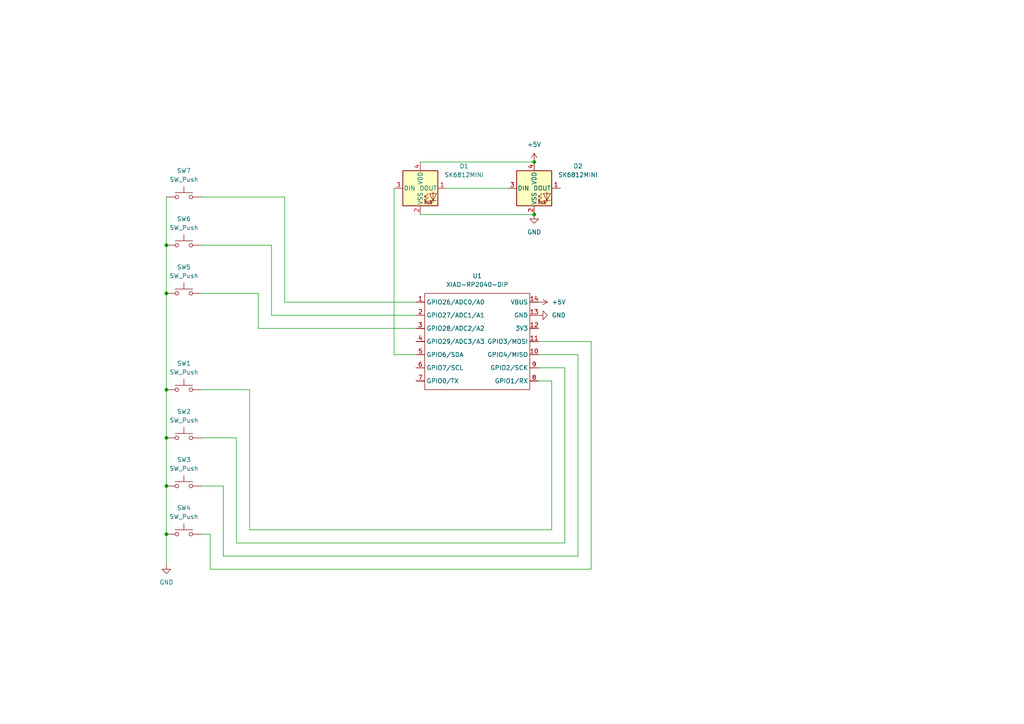
<source format=kicad_sch>
(kicad_sch
	(version 20250114)
	(generator "eeschema")
	(generator_version "9.0")
	(uuid "27db0a50-4d5e-42e1-bf5a-a8181729d977")
	(paper "A4")
	(lib_symbols
		(symbol "LED:SK6812MINI"
			(pin_names
				(offset 0.254)
			)
			(exclude_from_sim no)
			(in_bom yes)
			(on_board yes)
			(property "Reference" "D"
				(at 5.08 5.715 0)
				(effects
					(font
						(size 1.27 1.27)
					)
					(justify right bottom)
				)
			)
			(property "Value" "SK6812MINI"
				(at 1.27 -5.715 0)
				(effects
					(font
						(size 1.27 1.27)
					)
					(justify left top)
				)
			)
			(property "Footprint" "LED_SMD:LED_SK6812MINI_PLCC4_3.5x3.5mm_P1.75mm"
				(at 1.27 -7.62 0)
				(effects
					(font
						(size 1.27 1.27)
					)
					(justify left top)
					(hide yes)
				)
			)
			(property "Datasheet" "https://cdn-shop.adafruit.com/product-files/2686/SK6812MINI_REV.01-1-2.pdf"
				(at 2.54 -9.525 0)
				(effects
					(font
						(size 1.27 1.27)
					)
					(justify left top)
					(hide yes)
				)
			)
			(property "Description" "RGB LED with integrated controller"
				(at 0 0 0)
				(effects
					(font
						(size 1.27 1.27)
					)
					(hide yes)
				)
			)
			(property "ki_keywords" "RGB LED NeoPixel Mini addressable"
				(at 0 0 0)
				(effects
					(font
						(size 1.27 1.27)
					)
					(hide yes)
				)
			)
			(property "ki_fp_filters" "LED*SK6812MINI*PLCC*3.5x3.5mm*P1.75mm*"
				(at 0 0 0)
				(effects
					(font
						(size 1.27 1.27)
					)
					(hide yes)
				)
			)
			(symbol "SK6812MINI_0_0"
				(text "RGB"
					(at 2.286 -4.191 0)
					(effects
						(font
							(size 0.762 0.762)
						)
					)
				)
			)
			(symbol "SK6812MINI_0_1"
				(polyline
					(pts
						(xy 1.27 -2.54) (xy 1.778 -2.54)
					)
					(stroke
						(width 0)
						(type default)
					)
					(fill
						(type none)
					)
				)
				(polyline
					(pts
						(xy 1.27 -3.556) (xy 1.778 -3.556)
					)
					(stroke
						(width 0)
						(type default)
					)
					(fill
						(type none)
					)
				)
				(polyline
					(pts
						(xy 2.286 -1.524) (xy 1.27 -2.54) (xy 1.27 -2.032)
					)
					(stroke
						(width 0)
						(type default)
					)
					(fill
						(type none)
					)
				)
				(polyline
					(pts
						(xy 2.286 -2.54) (xy 1.27 -3.556) (xy 1.27 -3.048)
					)
					(stroke
						(width 0)
						(type default)
					)
					(fill
						(type none)
					)
				)
				(polyline
					(pts
						(xy 3.683 -1.016) (xy 3.683 -3.556) (xy 3.683 -4.064)
					)
					(stroke
						(width 0)
						(type default)
					)
					(fill
						(type none)
					)
				)
				(polyline
					(pts
						(xy 4.699 -1.524) (xy 2.667 -1.524) (xy 3.683 -3.556) (xy 4.699 -1.524)
					)
					(stroke
						(width 0)
						(type default)
					)
					(fill
						(type none)
					)
				)
				(polyline
					(pts
						(xy 4.699 -3.556) (xy 2.667 -3.556)
					)
					(stroke
						(width 0)
						(type default)
					)
					(fill
						(type none)
					)
				)
				(rectangle
					(start 5.08 5.08)
					(end -5.08 -5.08)
					(stroke
						(width 0.254)
						(type default)
					)
					(fill
						(type background)
					)
				)
			)
			(symbol "SK6812MINI_1_1"
				(pin input line
					(at -7.62 0 0)
					(length 2.54)
					(name "DIN"
						(effects
							(font
								(size 1.27 1.27)
							)
						)
					)
					(number "3"
						(effects
							(font
								(size 1.27 1.27)
							)
						)
					)
				)
				(pin power_in line
					(at 0 7.62 270)
					(length 2.54)
					(name "VDD"
						(effects
							(font
								(size 1.27 1.27)
							)
						)
					)
					(number "4"
						(effects
							(font
								(size 1.27 1.27)
							)
						)
					)
				)
				(pin power_in line
					(at 0 -7.62 90)
					(length 2.54)
					(name "VSS"
						(effects
							(font
								(size 1.27 1.27)
							)
						)
					)
					(number "2"
						(effects
							(font
								(size 1.27 1.27)
							)
						)
					)
				)
				(pin output line
					(at 7.62 0 180)
					(length 2.54)
					(name "DOUT"
						(effects
							(font
								(size 1.27 1.27)
							)
						)
					)
					(number "1"
						(effects
							(font
								(size 1.27 1.27)
							)
						)
					)
				)
			)
			(embedded_fonts no)
		)
		(symbol "OPL:XIAO-RP2040-DIP"
			(exclude_from_sim no)
			(in_bom yes)
			(on_board yes)
			(property "Reference" "U"
				(at 0 0 0)
				(effects
					(font
						(size 1.27 1.27)
					)
				)
			)
			(property "Value" "XIAO-RP2040-DIP"
				(at 5.334 -1.778 0)
				(effects
					(font
						(size 1.27 1.27)
					)
				)
			)
			(property "Footprint" "Module:MOUDLE14P-XIAO-DIP-SMD"
				(at 14.478 -32.258 0)
				(effects
					(font
						(size 1.27 1.27)
					)
					(hide yes)
				)
			)
			(property "Datasheet" ""
				(at 0 0 0)
				(effects
					(font
						(size 1.27 1.27)
					)
					(hide yes)
				)
			)
			(property "Description" ""
				(at 0 0 0)
				(effects
					(font
						(size 1.27 1.27)
					)
					(hide yes)
				)
			)
			(symbol "XIAO-RP2040-DIP_1_0"
				(polyline
					(pts
						(xy -1.27 -2.54) (xy 29.21 -2.54)
					)
					(stroke
						(width 0.1524)
						(type solid)
					)
					(fill
						(type none)
					)
				)
				(polyline
					(pts
						(xy -1.27 -5.08) (xy -2.54 -5.08)
					)
					(stroke
						(width 0.1524)
						(type solid)
					)
					(fill
						(type none)
					)
				)
				(polyline
					(pts
						(xy -1.27 -5.08) (xy -1.27 -2.54)
					)
					(stroke
						(width 0.1524)
						(type solid)
					)
					(fill
						(type none)
					)
				)
				(polyline
					(pts
						(xy -1.27 -8.89) (xy -2.54 -8.89)
					)
					(stroke
						(width 0.1524)
						(type solid)
					)
					(fill
						(type none)
					)
				)
				(polyline
					(pts
						(xy -1.27 -8.89) (xy -1.27 -5.08)
					)
					(stroke
						(width 0.1524)
						(type solid)
					)
					(fill
						(type none)
					)
				)
				(polyline
					(pts
						(xy -1.27 -12.7) (xy -2.54 -12.7)
					)
					(stroke
						(width 0.1524)
						(type solid)
					)
					(fill
						(type none)
					)
				)
				(polyline
					(pts
						(xy -1.27 -12.7) (xy -1.27 -8.89)
					)
					(stroke
						(width 0.1524)
						(type solid)
					)
					(fill
						(type none)
					)
				)
				(polyline
					(pts
						(xy -1.27 -16.51) (xy -2.54 -16.51)
					)
					(stroke
						(width 0.1524)
						(type solid)
					)
					(fill
						(type none)
					)
				)
				(polyline
					(pts
						(xy -1.27 -16.51) (xy -1.27 -12.7)
					)
					(stroke
						(width 0.1524)
						(type solid)
					)
					(fill
						(type none)
					)
				)
				(polyline
					(pts
						(xy -1.27 -20.32) (xy -2.54 -20.32)
					)
					(stroke
						(width 0.1524)
						(type solid)
					)
					(fill
						(type none)
					)
				)
				(polyline
					(pts
						(xy -1.27 -24.13) (xy -2.54 -24.13)
					)
					(stroke
						(width 0.1524)
						(type solid)
					)
					(fill
						(type none)
					)
				)
				(polyline
					(pts
						(xy -1.27 -27.94) (xy -2.54 -27.94)
					)
					(stroke
						(width 0.1524)
						(type solid)
					)
					(fill
						(type none)
					)
				)
				(polyline
					(pts
						(xy -1.27 -30.48) (xy -1.27 -16.51)
					)
					(stroke
						(width 0.1524)
						(type solid)
					)
					(fill
						(type none)
					)
				)
				(polyline
					(pts
						(xy 29.21 -2.54) (xy 29.21 -5.08)
					)
					(stroke
						(width 0.1524)
						(type solid)
					)
					(fill
						(type none)
					)
				)
				(polyline
					(pts
						(xy 29.21 -5.08) (xy 29.21 -8.89)
					)
					(stroke
						(width 0.1524)
						(type solid)
					)
					(fill
						(type none)
					)
				)
				(polyline
					(pts
						(xy 29.21 -8.89) (xy 29.21 -12.7)
					)
					(stroke
						(width 0.1524)
						(type solid)
					)
					(fill
						(type none)
					)
				)
				(polyline
					(pts
						(xy 29.21 -12.7) (xy 29.21 -30.48)
					)
					(stroke
						(width 0.1524)
						(type solid)
					)
					(fill
						(type none)
					)
				)
				(polyline
					(pts
						(xy 29.21 -30.48) (xy -1.27 -30.48)
					)
					(stroke
						(width 0.1524)
						(type solid)
					)
					(fill
						(type none)
					)
				)
				(polyline
					(pts
						(xy 30.48 -5.08) (xy 29.21 -5.08)
					)
					(stroke
						(width 0.1524)
						(type solid)
					)
					(fill
						(type none)
					)
				)
				(polyline
					(pts
						(xy 30.48 -8.89) (xy 29.21 -8.89)
					)
					(stroke
						(width 0.1524)
						(type solid)
					)
					(fill
						(type none)
					)
				)
				(polyline
					(pts
						(xy 30.48 -12.7) (xy 29.21 -12.7)
					)
					(stroke
						(width 0.1524)
						(type solid)
					)
					(fill
						(type none)
					)
				)
				(polyline
					(pts
						(xy 30.48 -16.51) (xy 29.21 -16.51)
					)
					(stroke
						(width 0.1524)
						(type solid)
					)
					(fill
						(type none)
					)
				)
				(polyline
					(pts
						(xy 30.48 -20.32) (xy 29.21 -20.32)
					)
					(stroke
						(width 0.1524)
						(type solid)
					)
					(fill
						(type none)
					)
				)
				(polyline
					(pts
						(xy 30.48 -24.13) (xy 29.21 -24.13)
					)
					(stroke
						(width 0.1524)
						(type solid)
					)
					(fill
						(type none)
					)
				)
				(polyline
					(pts
						(xy 30.48 -27.94) (xy 29.21 -27.94)
					)
					(stroke
						(width 0.1524)
						(type solid)
					)
					(fill
						(type none)
					)
				)
				(pin passive line
					(at -3.81 -5.08 0)
					(length 2.54)
					(name "GPIO26/ADC0/A0"
						(effects
							(font
								(size 1.27 1.27)
							)
						)
					)
					(number "1"
						(effects
							(font
								(size 1.27 1.27)
							)
						)
					)
				)
				(pin passive line
					(at -3.81 -8.89 0)
					(length 2.54)
					(name "GPIO27/ADC1/A1"
						(effects
							(font
								(size 1.27 1.27)
							)
						)
					)
					(number "2"
						(effects
							(font
								(size 1.27 1.27)
							)
						)
					)
				)
				(pin passive line
					(at -3.81 -12.7 0)
					(length 2.54)
					(name "GPIO28/ADC2/A2"
						(effects
							(font
								(size 1.27 1.27)
							)
						)
					)
					(number "3"
						(effects
							(font
								(size 1.27 1.27)
							)
						)
					)
				)
				(pin passive line
					(at -3.81 -16.51 0)
					(length 2.54)
					(name "GPIO29/ADC3/A3"
						(effects
							(font
								(size 1.27 1.27)
							)
						)
					)
					(number "4"
						(effects
							(font
								(size 1.27 1.27)
							)
						)
					)
				)
				(pin passive line
					(at -3.81 -20.32 0)
					(length 2.54)
					(name "GPIO6/SDA"
						(effects
							(font
								(size 1.27 1.27)
							)
						)
					)
					(number "5"
						(effects
							(font
								(size 1.27 1.27)
							)
						)
					)
				)
				(pin passive line
					(at -3.81 -24.13 0)
					(length 2.54)
					(name "GPIO7/SCL"
						(effects
							(font
								(size 1.27 1.27)
							)
						)
					)
					(number "6"
						(effects
							(font
								(size 1.27 1.27)
							)
						)
					)
				)
				(pin passive line
					(at -3.81 -27.94 0)
					(length 2.54)
					(name "GPIO0/TX"
						(effects
							(font
								(size 1.27 1.27)
							)
						)
					)
					(number "7"
						(effects
							(font
								(size 1.27 1.27)
							)
						)
					)
				)
				(pin passive line
					(at 31.75 -5.08 180)
					(length 2.54)
					(name "VBUS"
						(effects
							(font
								(size 1.27 1.27)
							)
						)
					)
					(number "14"
						(effects
							(font
								(size 1.27 1.27)
							)
						)
					)
				)
				(pin passive line
					(at 31.75 -8.89 180)
					(length 2.54)
					(name "GND"
						(effects
							(font
								(size 1.27 1.27)
							)
						)
					)
					(number "13"
						(effects
							(font
								(size 1.27 1.27)
							)
						)
					)
				)
				(pin passive line
					(at 31.75 -12.7 180)
					(length 2.54)
					(name "3V3"
						(effects
							(font
								(size 1.27 1.27)
							)
						)
					)
					(number "12"
						(effects
							(font
								(size 1.27 1.27)
							)
						)
					)
				)
				(pin passive line
					(at 31.75 -16.51 180)
					(length 2.54)
					(name "GPIO3/MOSI"
						(effects
							(font
								(size 1.27 1.27)
							)
						)
					)
					(number "11"
						(effects
							(font
								(size 1.27 1.27)
							)
						)
					)
				)
				(pin passive line
					(at 31.75 -20.32 180)
					(length 2.54)
					(name "GPIO4/MISO"
						(effects
							(font
								(size 1.27 1.27)
							)
						)
					)
					(number "10"
						(effects
							(font
								(size 1.27 1.27)
							)
						)
					)
				)
				(pin passive line
					(at 31.75 -24.13 180)
					(length 2.54)
					(name "GPIO2/SCK"
						(effects
							(font
								(size 1.27 1.27)
							)
						)
					)
					(number "9"
						(effects
							(font
								(size 1.27 1.27)
							)
						)
					)
				)
				(pin passive line
					(at 31.75 -27.94 180)
					(length 2.54)
					(name "GPIO1/RX"
						(effects
							(font
								(size 1.27 1.27)
							)
						)
					)
					(number "8"
						(effects
							(font
								(size 1.27 1.27)
							)
						)
					)
				)
			)
			(embedded_fonts no)
		)
		(symbol "Switch:SW_Push"
			(pin_numbers
				(hide yes)
			)
			(pin_names
				(offset 1.016)
				(hide yes)
			)
			(exclude_from_sim no)
			(in_bom yes)
			(on_board yes)
			(property "Reference" "SW"
				(at 1.27 2.54 0)
				(effects
					(font
						(size 1.27 1.27)
					)
					(justify left)
				)
			)
			(property "Value" "SW_Push"
				(at 0 -1.524 0)
				(effects
					(font
						(size 1.27 1.27)
					)
				)
			)
			(property "Footprint" ""
				(at 0 5.08 0)
				(effects
					(font
						(size 1.27 1.27)
					)
					(hide yes)
				)
			)
			(property "Datasheet" "~"
				(at 0 5.08 0)
				(effects
					(font
						(size 1.27 1.27)
					)
					(hide yes)
				)
			)
			(property "Description" "Push button switch, generic, two pins"
				(at 0 0 0)
				(effects
					(font
						(size 1.27 1.27)
					)
					(hide yes)
				)
			)
			(property "ki_keywords" "switch normally-open pushbutton push-button"
				(at 0 0 0)
				(effects
					(font
						(size 1.27 1.27)
					)
					(hide yes)
				)
			)
			(symbol "SW_Push_0_1"
				(circle
					(center -2.032 0)
					(radius 0.508)
					(stroke
						(width 0)
						(type default)
					)
					(fill
						(type none)
					)
				)
				(polyline
					(pts
						(xy 0 1.27) (xy 0 3.048)
					)
					(stroke
						(width 0)
						(type default)
					)
					(fill
						(type none)
					)
				)
				(circle
					(center 2.032 0)
					(radius 0.508)
					(stroke
						(width 0)
						(type default)
					)
					(fill
						(type none)
					)
				)
				(polyline
					(pts
						(xy 2.54 1.27) (xy -2.54 1.27)
					)
					(stroke
						(width 0)
						(type default)
					)
					(fill
						(type none)
					)
				)
				(pin passive line
					(at -5.08 0 0)
					(length 2.54)
					(name "1"
						(effects
							(font
								(size 1.27 1.27)
							)
						)
					)
					(number "1"
						(effects
							(font
								(size 1.27 1.27)
							)
						)
					)
				)
				(pin passive line
					(at 5.08 0 180)
					(length 2.54)
					(name "2"
						(effects
							(font
								(size 1.27 1.27)
							)
						)
					)
					(number "2"
						(effects
							(font
								(size 1.27 1.27)
							)
						)
					)
				)
			)
			(embedded_fonts no)
		)
		(symbol "power:+5V"
			(power)
			(pin_numbers
				(hide yes)
			)
			(pin_names
				(offset 0)
				(hide yes)
			)
			(exclude_from_sim no)
			(in_bom yes)
			(on_board yes)
			(property "Reference" "#PWR"
				(at 0 -3.81 0)
				(effects
					(font
						(size 1.27 1.27)
					)
					(hide yes)
				)
			)
			(property "Value" "+5V"
				(at 0 3.556 0)
				(effects
					(font
						(size 1.27 1.27)
					)
				)
			)
			(property "Footprint" ""
				(at 0 0 0)
				(effects
					(font
						(size 1.27 1.27)
					)
					(hide yes)
				)
			)
			(property "Datasheet" ""
				(at 0 0 0)
				(effects
					(font
						(size 1.27 1.27)
					)
					(hide yes)
				)
			)
			(property "Description" "Power symbol creates a global label with name \"+5V\""
				(at 0 0 0)
				(effects
					(font
						(size 1.27 1.27)
					)
					(hide yes)
				)
			)
			(property "ki_keywords" "global power"
				(at 0 0 0)
				(effects
					(font
						(size 1.27 1.27)
					)
					(hide yes)
				)
			)
			(symbol "+5V_0_1"
				(polyline
					(pts
						(xy -0.762 1.27) (xy 0 2.54)
					)
					(stroke
						(width 0)
						(type default)
					)
					(fill
						(type none)
					)
				)
				(polyline
					(pts
						(xy 0 2.54) (xy 0.762 1.27)
					)
					(stroke
						(width 0)
						(type default)
					)
					(fill
						(type none)
					)
				)
				(polyline
					(pts
						(xy 0 0) (xy 0 2.54)
					)
					(stroke
						(width 0)
						(type default)
					)
					(fill
						(type none)
					)
				)
			)
			(symbol "+5V_1_1"
				(pin power_in line
					(at 0 0 90)
					(length 0)
					(name "~"
						(effects
							(font
								(size 1.27 1.27)
							)
						)
					)
					(number "1"
						(effects
							(font
								(size 1.27 1.27)
							)
						)
					)
				)
			)
			(embedded_fonts no)
		)
		(symbol "power:GND"
			(power)
			(pin_numbers
				(hide yes)
			)
			(pin_names
				(offset 0)
				(hide yes)
			)
			(exclude_from_sim no)
			(in_bom yes)
			(on_board yes)
			(property "Reference" "#PWR"
				(at 0 -6.35 0)
				(effects
					(font
						(size 1.27 1.27)
					)
					(hide yes)
				)
			)
			(property "Value" "GND"
				(at 0 -3.81 0)
				(effects
					(font
						(size 1.27 1.27)
					)
				)
			)
			(property "Footprint" ""
				(at 0 0 0)
				(effects
					(font
						(size 1.27 1.27)
					)
					(hide yes)
				)
			)
			(property "Datasheet" ""
				(at 0 0 0)
				(effects
					(font
						(size 1.27 1.27)
					)
					(hide yes)
				)
			)
			(property "Description" "Power symbol creates a global label with name \"GND\" , ground"
				(at 0 0 0)
				(effects
					(font
						(size 1.27 1.27)
					)
					(hide yes)
				)
			)
			(property "ki_keywords" "global power"
				(at 0 0 0)
				(effects
					(font
						(size 1.27 1.27)
					)
					(hide yes)
				)
			)
			(symbol "GND_0_1"
				(polyline
					(pts
						(xy 0 0) (xy 0 -1.27) (xy 1.27 -1.27) (xy 0 -2.54) (xy -1.27 -1.27) (xy 0 -1.27)
					)
					(stroke
						(width 0)
						(type default)
					)
					(fill
						(type none)
					)
				)
			)
			(symbol "GND_1_1"
				(pin power_in line
					(at 0 0 270)
					(length 0)
					(name "~"
						(effects
							(font
								(size 1.27 1.27)
							)
						)
					)
					(number "1"
						(effects
							(font
								(size 1.27 1.27)
							)
						)
					)
				)
			)
			(embedded_fonts no)
		)
	)
	(junction
		(at 48.26 127)
		(diameter 0)
		(color 0 0 0 0)
		(uuid "0a551828-c763-434a-a589-b67ebf6f4a54")
	)
	(junction
		(at 48.26 113.03)
		(diameter 0)
		(color 0 0 0 0)
		(uuid "18ba4ddd-7d7d-42f6-a2a2-2221ff26b149")
	)
	(junction
		(at 154.94 46.99)
		(diameter 0)
		(color 0 0 0 0)
		(uuid "227b7bb9-38c5-4540-bb73-005b1a5a6493")
	)
	(junction
		(at 48.26 154.94)
		(diameter 0)
		(color 0 0 0 0)
		(uuid "602113ce-4652-4b91-adcd-ade1cfe38ffe")
	)
	(junction
		(at 48.26 140.97)
		(diameter 0)
		(color 0 0 0 0)
		(uuid "710635be-d966-4ada-b0ec-ddeff14cae52")
	)
	(junction
		(at 48.26 85.09)
		(diameter 0)
		(color 0 0 0 0)
		(uuid "7dbbc9f8-2087-4d86-bcec-a089706606c6")
	)
	(junction
		(at 48.26 71.12)
		(diameter 0)
		(color 0 0 0 0)
		(uuid "e59d855e-016b-488e-ba5c-3e78f32b22da")
	)
	(junction
		(at 154.94 62.23)
		(diameter 0)
		(color 0 0 0 0)
		(uuid "eb036f67-6837-4f98-8542-636d36b2f28b")
	)
	(wire
		(pts
			(xy 48.26 85.09) (xy 48.26 113.03)
		)
		(stroke
			(width 0)
			(type default)
		)
		(uuid "06d43e51-da75-49ec-9108-883ab91be123")
	)
	(wire
		(pts
			(xy 160.02 110.49) (xy 160.02 153.67)
		)
		(stroke
			(width 0)
			(type default)
		)
		(uuid "081b24fd-8592-4546-aaeb-4695c31cad32")
	)
	(wire
		(pts
			(xy 167.64 102.87) (xy 167.64 161.29)
		)
		(stroke
			(width 0)
			(type default)
		)
		(uuid "0ae35f32-d775-4367-ad7e-b66a7150b79b")
	)
	(wire
		(pts
			(xy 64.77 140.97) (xy 58.42 140.97)
		)
		(stroke
			(width 0)
			(type default)
		)
		(uuid "14813281-6886-405e-aba5-4e763dc08787")
	)
	(wire
		(pts
			(xy 129.54 54.61) (xy 147.32 54.61)
		)
		(stroke
			(width 0)
			(type default)
		)
		(uuid "1c9408a0-24d2-45bd-8b7a-972823535ed4")
	)
	(wire
		(pts
			(xy 163.83 157.48) (xy 68.58 157.48)
		)
		(stroke
			(width 0)
			(type default)
		)
		(uuid "1e2f2671-5c95-4d70-9f2f-8c1d4dc840a5")
	)
	(wire
		(pts
			(xy 156.21 110.49) (xy 160.02 110.49)
		)
		(stroke
			(width 0)
			(type default)
		)
		(uuid "2311d2ac-19c9-4c11-a4a9-d044fe01d510")
	)
	(wire
		(pts
			(xy 156.21 106.68) (xy 163.83 106.68)
		)
		(stroke
			(width 0)
			(type default)
		)
		(uuid "260ec872-356f-4689-9646-1ce0590a8149")
	)
	(wire
		(pts
			(xy 82.55 57.15) (xy 58.42 57.15)
		)
		(stroke
			(width 0)
			(type default)
		)
		(uuid "264dda2f-72e2-4a5a-8520-1664095e9e13")
	)
	(wire
		(pts
			(xy 160.02 153.67) (xy 72.39 153.67)
		)
		(stroke
			(width 0)
			(type default)
		)
		(uuid "2a51af6e-10e2-4059-9568-c3775d7a0baa")
	)
	(wire
		(pts
			(xy 58.42 71.12) (xy 78.74 71.12)
		)
		(stroke
			(width 0)
			(type default)
		)
		(uuid "2c006c29-a94e-4257-923e-a857adb9354a")
	)
	(wire
		(pts
			(xy 48.26 140.97) (xy 48.26 154.94)
		)
		(stroke
			(width 0)
			(type default)
		)
		(uuid "368b7f17-9a0b-43cf-8b35-d47d824a3d8c")
	)
	(wire
		(pts
			(xy 58.42 154.94) (xy 60.96 154.94)
		)
		(stroke
			(width 0)
			(type default)
		)
		(uuid "39bc731e-b80b-45e6-8674-f10c8dd3cf2d")
	)
	(wire
		(pts
			(xy 72.39 113.03) (xy 58.42 113.03)
		)
		(stroke
			(width 0)
			(type default)
		)
		(uuid "4e61982b-93e9-4376-bca1-26b68e737828")
	)
	(wire
		(pts
			(xy 163.83 106.68) (xy 163.83 157.48)
		)
		(stroke
			(width 0)
			(type default)
		)
		(uuid "5b98c554-ce5b-4613-9aea-99625ca66624")
	)
	(wire
		(pts
			(xy 48.26 127) (xy 48.26 140.97)
		)
		(stroke
			(width 0)
			(type default)
		)
		(uuid "64a0fa76-294a-43d5-8225-d08345c009b4")
	)
	(wire
		(pts
			(xy 120.65 87.63) (xy 82.55 87.63)
		)
		(stroke
			(width 0)
			(type default)
		)
		(uuid "67863542-aa90-4e09-85b8-9f5578b39a81")
	)
	(wire
		(pts
			(xy 58.42 85.09) (xy 74.93 85.09)
		)
		(stroke
			(width 0)
			(type default)
		)
		(uuid "6ec696f6-c984-4638-a9c6-bbb9889cacec")
	)
	(wire
		(pts
			(xy 72.39 153.67) (xy 72.39 113.03)
		)
		(stroke
			(width 0)
			(type default)
		)
		(uuid "78f18a43-a401-48d4-9da6-b692a1aa6d45")
	)
	(wire
		(pts
			(xy 156.21 102.87) (xy 167.64 102.87)
		)
		(stroke
			(width 0)
			(type default)
		)
		(uuid "7bc290dd-d6e1-4369-9a10-7931899824a8")
	)
	(wire
		(pts
			(xy 121.92 46.99) (xy 154.94 46.99)
		)
		(stroke
			(width 0)
			(type default)
		)
		(uuid "7d4e8b75-3e59-440f-867c-c80aa308eed6")
	)
	(wire
		(pts
			(xy 68.58 127) (xy 58.42 127)
		)
		(stroke
			(width 0)
			(type default)
		)
		(uuid "8a3a5163-9770-4bd7-9500-749cb2a1917b")
	)
	(wire
		(pts
			(xy 68.58 157.48) (xy 68.58 127)
		)
		(stroke
			(width 0)
			(type default)
		)
		(uuid "8d2d4edf-24b1-417a-834f-24204035dae2")
	)
	(wire
		(pts
			(xy 74.93 85.09) (xy 74.93 95.25)
		)
		(stroke
			(width 0)
			(type default)
		)
		(uuid "929b33d8-b1da-4286-91e7-a242ae06dab2")
	)
	(wire
		(pts
			(xy 171.45 165.1) (xy 60.96 165.1)
		)
		(stroke
			(width 0)
			(type default)
		)
		(uuid "a83ba859-1d68-4d0a-ac40-06ec1ddf2b5e")
	)
	(wire
		(pts
			(xy 48.26 57.15) (xy 48.26 71.12)
		)
		(stroke
			(width 0)
			(type default)
		)
		(uuid "aa067519-7b59-4c2e-b21f-c41795150bcc")
	)
	(wire
		(pts
			(xy 64.77 161.29) (xy 64.77 140.97)
		)
		(stroke
			(width 0)
			(type default)
		)
		(uuid "ae94d17c-eb66-49e8-bd13-4796c5eee9d9")
	)
	(wire
		(pts
			(xy 78.74 91.44) (xy 78.74 71.12)
		)
		(stroke
			(width 0)
			(type default)
		)
		(uuid "aead68cb-7355-4272-ad6f-0450f2abff69")
	)
	(wire
		(pts
			(xy 156.21 99.06) (xy 171.45 99.06)
		)
		(stroke
			(width 0)
			(type default)
		)
		(uuid "b05340f4-1a62-4cef-82d2-22fef604c486")
	)
	(wire
		(pts
			(xy 114.3 54.61) (xy 114.3 102.87)
		)
		(stroke
			(width 0)
			(type default)
		)
		(uuid "b136caa5-7696-4745-90a7-771297a1d1f0")
	)
	(wire
		(pts
			(xy 121.92 62.23) (xy 154.94 62.23)
		)
		(stroke
			(width 0)
			(type default)
		)
		(uuid "b2c64d46-35c3-44f4-b2b3-31f8691bf405")
	)
	(wire
		(pts
			(xy 60.96 165.1) (xy 60.96 154.94)
		)
		(stroke
			(width 0)
			(type default)
		)
		(uuid "b3aaf4aa-5ed2-465c-bfe6-e68ae7041f83")
	)
	(wire
		(pts
			(xy 120.65 95.25) (xy 74.93 95.25)
		)
		(stroke
			(width 0)
			(type default)
		)
		(uuid "b40c73b5-78af-455d-bd5b-1d29e241c9fa")
	)
	(wire
		(pts
			(xy 120.65 91.44) (xy 78.74 91.44)
		)
		(stroke
			(width 0)
			(type default)
		)
		(uuid "b7f98c84-ff2d-44c9-9b8c-bb57c021498e")
	)
	(wire
		(pts
			(xy 48.26 71.12) (xy 48.26 85.09)
		)
		(stroke
			(width 0)
			(type default)
		)
		(uuid "b999644c-63c7-4ee2-8ddf-947d4665e556")
	)
	(wire
		(pts
			(xy 167.64 161.29) (xy 64.77 161.29)
		)
		(stroke
			(width 0)
			(type default)
		)
		(uuid "ce65e426-7d56-4478-9d86-a85bbc7865af")
	)
	(wire
		(pts
			(xy 120.65 102.87) (xy 114.3 102.87)
		)
		(stroke
			(width 0)
			(type default)
		)
		(uuid "d33ddb25-4f31-444d-9689-a30ad0a74823")
	)
	(wire
		(pts
			(xy 171.45 99.06) (xy 171.45 165.1)
		)
		(stroke
			(width 0)
			(type default)
		)
		(uuid "e01a447d-1e98-4536-8e20-ebb36e23e3a2")
	)
	(wire
		(pts
			(xy 48.26 113.03) (xy 48.26 127)
		)
		(stroke
			(width 0)
			(type default)
		)
		(uuid "edc7cd19-6f00-4c3a-86f3-7e1531b0607d")
	)
	(wire
		(pts
			(xy 82.55 87.63) (xy 82.55 57.15)
		)
		(stroke
			(width 0)
			(type default)
		)
		(uuid "f63d2085-ad69-4da5-90c0-5749e1200262")
	)
	(wire
		(pts
			(xy 48.26 154.94) (xy 48.26 163.83)
		)
		(stroke
			(width 0)
			(type default)
		)
		(uuid "fae7125f-b4d7-4321-85df-010a6d2235f5")
	)
	(symbol
		(lib_id "Switch:SW_Push")
		(at 53.34 140.97 0)
		(unit 1)
		(exclude_from_sim no)
		(in_bom yes)
		(on_board yes)
		(dnp no)
		(fields_autoplaced yes)
		(uuid "02c1c05c-eccb-4b58-80b6-181089d5c2ad")
		(property "Reference" "SW3"
			(at 53.34 133.35 0)
			(effects
				(font
					(size 1.27 1.27)
				)
			)
		)
		(property "Value" "SW_Push"
			(at 53.34 135.89 0)
			(effects
				(font
					(size 1.27 1.27)
				)
			)
		)
		(property "Footprint" "Button_Switch_Keyboard:SW_Cherry_MX_1.00u_PCB"
			(at 53.34 135.89 0)
			(effects
				(font
					(size 1.27 1.27)
				)
				(hide yes)
			)
		)
		(property "Datasheet" "~"
			(at 53.34 135.89 0)
			(effects
				(font
					(size 1.27 1.27)
				)
				(hide yes)
			)
		)
		(property "Description" "Push button switch, generic, two pins"
			(at 53.34 140.97 0)
			(effects
				(font
					(size 1.27 1.27)
				)
				(hide yes)
			)
		)
		(pin "2"
			(uuid "ae8dd691-0036-427d-b10a-8576d2d3b821")
		)
		(pin "1"
			(uuid "f72cb576-f869-4331-82f7-16459bc4accc")
		)
		(instances
			(project "PCB"
				(path "/27db0a50-4d5e-42e1-bf5a-a8181729d977"
					(reference "SW3")
					(unit 1)
				)
			)
		)
	)
	(symbol
		(lib_id "LED:SK6812MINI")
		(at 154.94 54.61 0)
		(unit 1)
		(exclude_from_sim no)
		(in_bom yes)
		(on_board yes)
		(dnp no)
		(fields_autoplaced yes)
		(uuid "04574cbc-ce90-424e-8a27-666aabc23fa0")
		(property "Reference" "D2"
			(at 167.64 48.1898 0)
			(effects
				(font
					(size 1.27 1.27)
				)
			)
		)
		(property "Value" "SK6812MINI"
			(at 167.64 50.7298 0)
			(effects
				(font
					(size 1.27 1.27)
				)
			)
		)
		(property "Footprint" "LED_SMD:LED_SK6812MINI_PLCC4_3.5x3.5mm_P1.75mm"
			(at 156.21 62.23 0)
			(effects
				(font
					(size 1.27 1.27)
				)
				(justify left top)
				(hide yes)
			)
		)
		(property "Datasheet" "https://cdn-shop.adafruit.com/product-files/2686/SK6812MINI_REV.01-1-2.pdf"
			(at 157.48 64.135 0)
			(effects
				(font
					(size 1.27 1.27)
				)
				(justify left top)
				(hide yes)
			)
		)
		(property "Description" "RGB LED with integrated controller"
			(at 154.94 54.61 0)
			(effects
				(font
					(size 1.27 1.27)
				)
				(hide yes)
			)
		)
		(pin "4"
			(uuid "6c2373f8-dd54-4e05-ac94-423723089f43")
		)
		(pin "1"
			(uuid "cc450ba8-153c-464c-8fb2-a0c246fbc431")
		)
		(pin "2"
			(uuid "75ec0451-a7ec-454d-aef4-541f81fa739a")
		)
		(pin "3"
			(uuid "b201af42-2b40-433c-8e6a-3f38755f5e55")
		)
		(instances
			(project "PCB"
				(path "/27db0a50-4d5e-42e1-bf5a-a8181729d977"
					(reference "D2")
					(unit 1)
				)
			)
		)
	)
	(symbol
		(lib_id "LED:SK6812MINI")
		(at 121.92 54.61 0)
		(unit 1)
		(exclude_from_sim no)
		(in_bom yes)
		(on_board yes)
		(dnp no)
		(fields_autoplaced yes)
		(uuid "0b5c06e6-a837-4d36-ade1-7ebf618b1e65")
		(property "Reference" "D1"
			(at 134.62 48.1898 0)
			(effects
				(font
					(size 1.27 1.27)
				)
			)
		)
		(property "Value" "SK6812MINI"
			(at 134.62 50.7298 0)
			(effects
				(font
					(size 1.27 1.27)
				)
			)
		)
		(property "Footprint" "LED_SMD:LED_SK6812MINI_PLCC4_3.5x3.5mm_P1.75mm"
			(at 123.19 62.23 0)
			(effects
				(font
					(size 1.27 1.27)
				)
				(justify left top)
				(hide yes)
			)
		)
		(property "Datasheet" "https://cdn-shop.adafruit.com/product-files/2686/SK6812MINI_REV.01-1-2.pdf"
			(at 124.46 64.135 0)
			(effects
				(font
					(size 1.27 1.27)
				)
				(justify left top)
				(hide yes)
			)
		)
		(property "Description" "RGB LED with integrated controller"
			(at 121.92 54.61 0)
			(effects
				(font
					(size 1.27 1.27)
				)
				(hide yes)
			)
		)
		(pin "4"
			(uuid "d40ced7c-b30b-4eaf-9cc4-71bf7edb070d")
		)
		(pin "1"
			(uuid "154b4219-6790-49a5-955c-d972466dcc45")
		)
		(pin "2"
			(uuid "29418103-7128-4dd2-8478-694d4d6e43fb")
		)
		(pin "3"
			(uuid "cb7de632-7f68-4e04-87c6-9c5de9a5261f")
		)
		(instances
			(project ""
				(path "/27db0a50-4d5e-42e1-bf5a-a8181729d977"
					(reference "D1")
					(unit 1)
				)
			)
		)
	)
	(symbol
		(lib_id "Switch:SW_Push")
		(at 53.34 57.15 0)
		(unit 1)
		(exclude_from_sim no)
		(in_bom yes)
		(on_board yes)
		(dnp no)
		(fields_autoplaced yes)
		(uuid "0dacac73-3f77-492a-9768-b5b95fc1412b")
		(property "Reference" "SW7"
			(at 53.34 49.53 0)
			(effects
				(font
					(size 1.27 1.27)
				)
			)
		)
		(property "Value" "SW_Push"
			(at 53.34 52.07 0)
			(effects
				(font
					(size 1.27 1.27)
				)
			)
		)
		(property "Footprint" "Button_Switch_Keyboard:SW_Cherry_MX_1.00u_PCB"
			(at 53.34 52.07 0)
			(effects
				(font
					(size 1.27 1.27)
				)
				(hide yes)
			)
		)
		(property "Datasheet" "~"
			(at 53.34 52.07 0)
			(effects
				(font
					(size 1.27 1.27)
				)
				(hide yes)
			)
		)
		(property "Description" "Push button switch, generic, two pins"
			(at 53.34 57.15 0)
			(effects
				(font
					(size 1.27 1.27)
				)
				(hide yes)
			)
		)
		(pin "2"
			(uuid "dc195a4a-2f50-46cd-8ee1-f5b9c759c5fa")
		)
		(pin "1"
			(uuid "79c11061-6657-4f34-bd73-ee9b680099ad")
		)
		(instances
			(project "PCB"
				(path "/27db0a50-4d5e-42e1-bf5a-a8181729d977"
					(reference "SW7")
					(unit 1)
				)
			)
		)
	)
	(symbol
		(lib_id "Switch:SW_Push")
		(at 53.34 113.03 0)
		(unit 1)
		(exclude_from_sim no)
		(in_bom yes)
		(on_board yes)
		(dnp no)
		(fields_autoplaced yes)
		(uuid "1564fa7e-4f6b-4fbb-928b-97ec01b9dd09")
		(property "Reference" "SW1"
			(at 53.34 105.41 0)
			(effects
				(font
					(size 1.27 1.27)
				)
			)
		)
		(property "Value" "SW_Push"
			(at 53.34 107.95 0)
			(effects
				(font
					(size 1.27 1.27)
				)
			)
		)
		(property "Footprint" "Button_Switch_Keyboard:SW_Cherry_MX_1.00u_PCB"
			(at 53.34 107.95 0)
			(effects
				(font
					(size 1.27 1.27)
				)
				(hide yes)
			)
		)
		(property "Datasheet" "~"
			(at 53.34 107.95 0)
			(effects
				(font
					(size 1.27 1.27)
				)
				(hide yes)
			)
		)
		(property "Description" "Push button switch, generic, two pins"
			(at 53.34 113.03 0)
			(effects
				(font
					(size 1.27 1.27)
				)
				(hide yes)
			)
		)
		(pin "2"
			(uuid "dd7500a8-cf6c-4c49-8b1f-1ea133948f4a")
		)
		(pin "1"
			(uuid "a311a62c-4a88-47b2-ac7f-e31248e4325f")
		)
		(instances
			(project ""
				(path "/27db0a50-4d5e-42e1-bf5a-a8181729d977"
					(reference "SW1")
					(unit 1)
				)
			)
		)
	)
	(symbol
		(lib_id "power:+5V")
		(at 156.21 87.63 270)
		(unit 1)
		(exclude_from_sim no)
		(in_bom yes)
		(on_board yes)
		(dnp no)
		(fields_autoplaced yes)
		(uuid "164d6c29-ed59-4a98-8e5f-588975ef437c")
		(property "Reference" "#PWR04"
			(at 152.4 87.63 0)
			(effects
				(font
					(size 1.27 1.27)
				)
				(hide yes)
			)
		)
		(property "Value" "+5V"
			(at 160.02 87.6299 90)
			(effects
				(font
					(size 1.27 1.27)
				)
				(justify left)
			)
		)
		(property "Footprint" ""
			(at 156.21 87.63 0)
			(effects
				(font
					(size 1.27 1.27)
				)
				(hide yes)
			)
		)
		(property "Datasheet" ""
			(at 156.21 87.63 0)
			(effects
				(font
					(size 1.27 1.27)
				)
				(hide yes)
			)
		)
		(property "Description" "Power symbol creates a global label with name \"+5V\""
			(at 156.21 87.63 0)
			(effects
				(font
					(size 1.27 1.27)
				)
				(hide yes)
			)
		)
		(pin "1"
			(uuid "18a29d8e-712d-4d3c-9934-021291066c3e")
		)
		(instances
			(project ""
				(path "/27db0a50-4d5e-42e1-bf5a-a8181729d977"
					(reference "#PWR04")
					(unit 1)
				)
			)
		)
	)
	(symbol
		(lib_id "Switch:SW_Push")
		(at 53.34 127 0)
		(unit 1)
		(exclude_from_sim no)
		(in_bom yes)
		(on_board yes)
		(dnp no)
		(fields_autoplaced yes)
		(uuid "40e1e379-3caa-4051-b5ff-9cde5a5b907a")
		(property "Reference" "SW2"
			(at 53.34 119.38 0)
			(effects
				(font
					(size 1.27 1.27)
				)
			)
		)
		(property "Value" "SW_Push"
			(at 53.34 121.92 0)
			(effects
				(font
					(size 1.27 1.27)
				)
			)
		)
		(property "Footprint" "Button_Switch_Keyboard:SW_Cherry_MX_1.00u_PCB"
			(at 53.34 121.92 0)
			(effects
				(font
					(size 1.27 1.27)
				)
				(hide yes)
			)
		)
		(property "Datasheet" "~"
			(at 53.34 121.92 0)
			(effects
				(font
					(size 1.27 1.27)
				)
				(hide yes)
			)
		)
		(property "Description" "Push button switch, generic, two pins"
			(at 53.34 127 0)
			(effects
				(font
					(size 1.27 1.27)
				)
				(hide yes)
			)
		)
		(pin "2"
			(uuid "dca39e6e-8719-4284-89da-37f8454f489c")
		)
		(pin "1"
			(uuid "e7a86161-fe6a-44b4-a8b2-97230b9b5699")
		)
		(instances
			(project "PCB"
				(path "/27db0a50-4d5e-42e1-bf5a-a8181729d977"
					(reference "SW2")
					(unit 1)
				)
			)
		)
	)
	(symbol
		(lib_id "Switch:SW_Push")
		(at 53.34 85.09 0)
		(unit 1)
		(exclude_from_sim no)
		(in_bom yes)
		(on_board yes)
		(dnp no)
		(uuid "41b25932-ea57-4a32-ac05-250d2928c033")
		(property "Reference" "SW5"
			(at 53.34 77.47 0)
			(effects
				(font
					(size 1.27 1.27)
				)
			)
		)
		(property "Value" "SW_Push"
			(at 53.34 80.01 0)
			(effects
				(font
					(size 1.27 1.27)
				)
			)
		)
		(property "Footprint" "Button_Switch_Keyboard:SW_Cherry_MX_1.00u_PCB"
			(at 53.34 80.01 0)
			(effects
				(font
					(size 1.27 1.27)
				)
				(hide yes)
			)
		)
		(property "Datasheet" "~"
			(at 53.34 80.01 0)
			(effects
				(font
					(size 1.27 1.27)
				)
				(hide yes)
			)
		)
		(property "Description" "Push button switch, generic, two pins"
			(at 53.34 85.09 0)
			(effects
				(font
					(size 1.27 1.27)
				)
				(hide yes)
			)
		)
		(pin "2"
			(uuid "f83e0cf0-d645-4ffa-b9e9-1d6dc22673a0")
		)
		(pin "1"
			(uuid "127057bc-e19f-4523-9a22-0a48b96beb7a")
		)
		(instances
			(project "PCB"
				(path "/27db0a50-4d5e-42e1-bf5a-a8181729d977"
					(reference "SW5")
					(unit 1)
				)
			)
		)
	)
	(symbol
		(lib_id "power:GND")
		(at 156.21 91.44 90)
		(unit 1)
		(exclude_from_sim no)
		(in_bom yes)
		(on_board yes)
		(dnp no)
		(fields_autoplaced yes)
		(uuid "4fbc3e4b-f745-4e5a-ac84-2572391086ce")
		(property "Reference" "#PWR01"
			(at 162.56 91.44 0)
			(effects
				(font
					(size 1.27 1.27)
				)
				(hide yes)
			)
		)
		(property "Value" "GND"
			(at 160.02 91.4399 90)
			(effects
				(font
					(size 1.27 1.27)
				)
				(justify right)
			)
		)
		(property "Footprint" ""
			(at 156.21 91.44 0)
			(effects
				(font
					(size 1.27 1.27)
				)
				(hide yes)
			)
		)
		(property "Datasheet" ""
			(at 156.21 91.44 0)
			(effects
				(font
					(size 1.27 1.27)
				)
				(hide yes)
			)
		)
		(property "Description" "Power symbol creates a global label with name \"GND\" , ground"
			(at 156.21 91.44 0)
			(effects
				(font
					(size 1.27 1.27)
				)
				(hide yes)
			)
		)
		(pin "1"
			(uuid "a1d890db-4f11-4b1f-9dfb-bf9fd72110e8")
		)
		(instances
			(project ""
				(path "/27db0a50-4d5e-42e1-bf5a-a8181729d977"
					(reference "#PWR01")
					(unit 1)
				)
			)
		)
	)
	(symbol
		(lib_id "Switch:SW_Push")
		(at 53.34 154.94 0)
		(unit 1)
		(exclude_from_sim no)
		(in_bom yes)
		(on_board yes)
		(dnp no)
		(fields_autoplaced yes)
		(uuid "533c759f-8d64-4330-94bd-647d8e2d8e67")
		(property "Reference" "SW4"
			(at 53.34 147.32 0)
			(effects
				(font
					(size 1.27 1.27)
				)
			)
		)
		(property "Value" "SW_Push"
			(at 53.34 149.86 0)
			(effects
				(font
					(size 1.27 1.27)
				)
			)
		)
		(property "Footprint" "Button_Switch_Keyboard:SW_Cherry_MX_1.00u_PCB"
			(at 53.34 149.86 0)
			(effects
				(font
					(size 1.27 1.27)
				)
				(hide yes)
			)
		)
		(property "Datasheet" "~"
			(at 53.34 149.86 0)
			(effects
				(font
					(size 1.27 1.27)
				)
				(hide yes)
			)
		)
		(property "Description" "Push button switch, generic, two pins"
			(at 53.34 154.94 0)
			(effects
				(font
					(size 1.27 1.27)
				)
				(hide yes)
			)
		)
		(pin "2"
			(uuid "5ac43bfc-2731-47f7-92f7-7d1c9f0c7aea")
		)
		(pin "1"
			(uuid "642a7d9f-8b76-40a7-9f17-c3898f0008bd")
		)
		(instances
			(project "PCB"
				(path "/27db0a50-4d5e-42e1-bf5a-a8181729d977"
					(reference "SW4")
					(unit 1)
				)
			)
		)
	)
	(symbol
		(lib_id "power:GND")
		(at 48.26 163.83 0)
		(unit 1)
		(exclude_from_sim no)
		(in_bom yes)
		(on_board yes)
		(dnp no)
		(fields_autoplaced yes)
		(uuid "c49e8d2d-44f5-4954-b819-2219ae6ca045")
		(property "Reference" "#PWR03"
			(at 48.26 170.18 0)
			(effects
				(font
					(size 1.27 1.27)
				)
				(hide yes)
			)
		)
		(property "Value" "GND"
			(at 48.26 168.91 0)
			(effects
				(font
					(size 1.27 1.27)
				)
			)
		)
		(property "Footprint" ""
			(at 48.26 163.83 0)
			(effects
				(font
					(size 1.27 1.27)
				)
				(hide yes)
			)
		)
		(property "Datasheet" ""
			(at 48.26 163.83 0)
			(effects
				(font
					(size 1.27 1.27)
				)
				(hide yes)
			)
		)
		(property "Description" "Power symbol creates a global label with name \"GND\" , ground"
			(at 48.26 163.83 0)
			(effects
				(font
					(size 1.27 1.27)
				)
				(hide yes)
			)
		)
		(pin "1"
			(uuid "a7e34202-5663-49f2-851d-85f15f4ca4db")
		)
		(instances
			(project ""
				(path "/27db0a50-4d5e-42e1-bf5a-a8181729d977"
					(reference "#PWR03")
					(unit 1)
				)
			)
		)
	)
	(symbol
		(lib_id "power:GND")
		(at 154.94 62.23 0)
		(unit 1)
		(exclude_from_sim no)
		(in_bom yes)
		(on_board yes)
		(dnp no)
		(fields_autoplaced yes)
		(uuid "c66657ef-94b6-4fb3-a50a-7d236f90831a")
		(property "Reference" "#PWR02"
			(at 154.94 68.58 0)
			(effects
				(font
					(size 1.27 1.27)
				)
				(hide yes)
			)
		)
		(property "Value" "GND"
			(at 154.94 67.31 0)
			(effects
				(font
					(size 1.27 1.27)
				)
			)
		)
		(property "Footprint" ""
			(at 154.94 62.23 0)
			(effects
				(font
					(size 1.27 1.27)
				)
				(hide yes)
			)
		)
		(property "Datasheet" ""
			(at 154.94 62.23 0)
			(effects
				(font
					(size 1.27 1.27)
				)
				(hide yes)
			)
		)
		(property "Description" "Power symbol creates a global label with name \"GND\" , ground"
			(at 154.94 62.23 0)
			(effects
				(font
					(size 1.27 1.27)
				)
				(hide yes)
			)
		)
		(pin "1"
			(uuid "e747eb77-1588-494f-8a3f-cc40241bb3d1")
		)
		(instances
			(project ""
				(path "/27db0a50-4d5e-42e1-bf5a-a8181729d977"
					(reference "#PWR02")
					(unit 1)
				)
			)
		)
	)
	(symbol
		(lib_id "OPL:XIAO-RP2040-DIP")
		(at 124.46 82.55 0)
		(unit 1)
		(exclude_from_sim no)
		(in_bom yes)
		(on_board yes)
		(dnp no)
		(fields_autoplaced yes)
		(uuid "d144c528-c78a-4582-b2ff-278dbd1c9114")
		(property "Reference" "U1"
			(at 138.43 80.01 0)
			(effects
				(font
					(size 1.27 1.27)
				)
			)
		)
		(property "Value" "XIAO-RP2040-DIP"
			(at 138.43 82.55 0)
			(effects
				(font
					(size 1.27 1.27)
				)
			)
		)
		(property "Footprint" "OPL:XIAO-RP2040-DIP"
			(at 138.938 114.808 0)
			(effects
				(font
					(size 1.27 1.27)
				)
				(hide yes)
			)
		)
		(property "Datasheet" ""
			(at 124.46 82.55 0)
			(effects
				(font
					(size 1.27 1.27)
				)
				(hide yes)
			)
		)
		(property "Description" ""
			(at 124.46 82.55 0)
			(effects
				(font
					(size 1.27 1.27)
				)
				(hide yes)
			)
		)
		(pin "10"
			(uuid "0ebefdb8-b3e9-4948-8f4a-87d5260bdaeb")
		)
		(pin "5"
			(uuid "ac0f1c52-88ad-4fa6-9203-e6ac62731b55")
		)
		(pin "4"
			(uuid "1d87fec3-1a24-4acc-8960-78d16b9179ee")
		)
		(pin "2"
			(uuid "1c6b411e-26c0-4ff4-aa8a-668a2f584cd9")
		)
		(pin "3"
			(uuid "e05ad771-b51d-4e67-8edd-602f9fbfee66")
		)
		(pin "14"
			(uuid "5129249a-83b6-4890-9114-e2605adde52f")
		)
		(pin "12"
			(uuid "6d76d173-f669-4e73-8502-56d5cdef7737")
		)
		(pin "9"
			(uuid "39610a93-dce7-4304-a25d-5e22ca6e9b8b")
		)
		(pin "6"
			(uuid "d961435d-e40d-4fa0-8e2f-c18942cc6fa5")
		)
		(pin "13"
			(uuid "adbe937c-0092-454e-8f43-8fc45418f2e4")
		)
		(pin "8"
			(uuid "651a678d-defe-4dd7-900b-5168ee27efde")
		)
		(pin "1"
			(uuid "82bc720c-7e2a-43de-be43-f5abda5b22aa")
		)
		(pin "11"
			(uuid "583dca3e-c55d-478f-8511-f99fa40b41a5")
		)
		(pin "7"
			(uuid "76caf379-310f-42a3-b414-f77cc5a5cb8c")
		)
		(instances
			(project ""
				(path "/27db0a50-4d5e-42e1-bf5a-a8181729d977"
					(reference "U1")
					(unit 1)
				)
			)
		)
	)
	(symbol
		(lib_id "power:+5V")
		(at 154.94 46.99 0)
		(unit 1)
		(exclude_from_sim no)
		(in_bom yes)
		(on_board yes)
		(dnp no)
		(fields_autoplaced yes)
		(uuid "d74b7254-f3ac-48b9-b407-5fcc74bd7308")
		(property "Reference" "#PWR05"
			(at 154.94 50.8 0)
			(effects
				(font
					(size 1.27 1.27)
				)
				(hide yes)
			)
		)
		(property "Value" "+5V"
			(at 154.94 41.91 0)
			(effects
				(font
					(size 1.27 1.27)
				)
			)
		)
		(property "Footprint" ""
			(at 154.94 46.99 0)
			(effects
				(font
					(size 1.27 1.27)
				)
				(hide yes)
			)
		)
		(property "Datasheet" ""
			(at 154.94 46.99 0)
			(effects
				(font
					(size 1.27 1.27)
				)
				(hide yes)
			)
		)
		(property "Description" "Power symbol creates a global label with name \"+5V\""
			(at 154.94 46.99 0)
			(effects
				(font
					(size 1.27 1.27)
				)
				(hide yes)
			)
		)
		(pin "1"
			(uuid "c112aa98-b6b3-4875-a8df-2d22ed4598e7")
		)
		(instances
			(project ""
				(path "/27db0a50-4d5e-42e1-bf5a-a8181729d977"
					(reference "#PWR05")
					(unit 1)
				)
			)
		)
	)
	(symbol
		(lib_id "Switch:SW_Push")
		(at 53.34 71.12 0)
		(unit 1)
		(exclude_from_sim no)
		(in_bom yes)
		(on_board yes)
		(dnp no)
		(fields_autoplaced yes)
		(uuid "e76c3bd1-d9ac-49cc-b670-4aeea25c317c")
		(property "Reference" "SW6"
			(at 53.34 63.5 0)
			(effects
				(font
					(size 1.27 1.27)
				)
			)
		)
		(property "Value" "SW_Push"
			(at 53.34 66.04 0)
			(effects
				(font
					(size 1.27 1.27)
				)
			)
		)
		(property "Footprint" "Button_Switch_Keyboard:SW_Cherry_MX_1.00u_PCB"
			(at 53.34 66.04 0)
			(effects
				(font
					(size 1.27 1.27)
				)
				(hide yes)
			)
		)
		(property "Datasheet" "~"
			(at 53.34 66.04 0)
			(effects
				(font
					(size 1.27 1.27)
				)
				(hide yes)
			)
		)
		(property "Description" "Push button switch, generic, two pins"
			(at 53.34 71.12 0)
			(effects
				(font
					(size 1.27 1.27)
				)
				(hide yes)
			)
		)
		(pin "2"
			(uuid "f74a5f0b-4de4-49cc-8864-b63a4564053c")
		)
		(pin "1"
			(uuid "936f6141-2250-4840-8e43-0076d010c559")
		)
		(instances
			(project "PCB"
				(path "/27db0a50-4d5e-42e1-bf5a-a8181729d977"
					(reference "SW6")
					(unit 1)
				)
			)
		)
	)
	(sheet_instances
		(path "/"
			(page "1")
		)
	)
	(embedded_fonts no)
)

</source>
